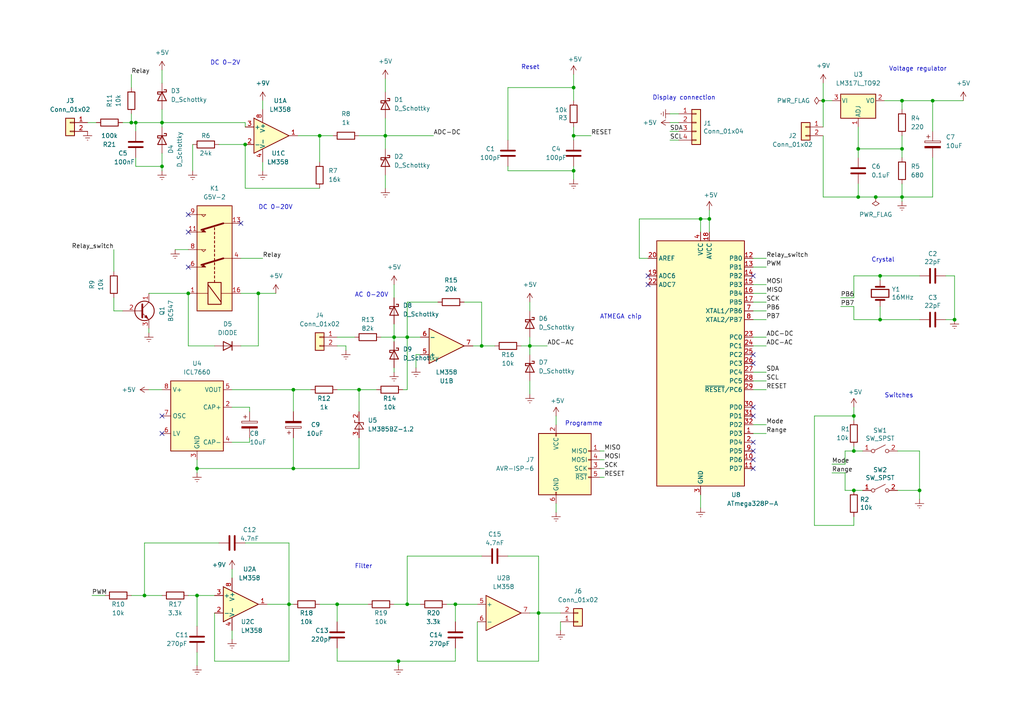
<source format=kicad_sch>
(kicad_sch (version 20230121) (generator eeschema)
  (paper "A4")
  (title_block (title "Multimeter") (date "2023-07-12") (company "DMU") (comment 1 "Applied electronics ") (comment 2 "ENGD2001") (comment 4 "P2655183") (comment 5 "Danna Victoria Iza Paez"))
  (lib_symbols
    (symbol "Amplifier_Operational:LM358" (pin_names (offset 0.127))
      (property "Reference" "U" (at 0 5.08 0))
      (property "Value" "LM358" (at 0 -5.08 0))
      (symbol "LM358_1_1"
        (pin output line (at 7.62 0 180) (length 2.54) (name "~") (number "1"))
        (pin input line (at -7.62 -2.54 0) (length 2.54) (name "-") (number "2"))
        (pin input line (at -7.62 2.54 0) (length 2.54) (name "+") (number "3"))
      )
      (symbol "LM358_2_1"
        (pin input line (at -7.62 2.54 0) (length 2.54) (name "+") (number "5"))
        (pin input line (at -7.62 -2.54 0) (length 2.54) (name "-") (number "6"))
        (pin output line (at 7.62 0 180) (length 2.54) (name "~") (number "7"))
      )
      (symbol "LM358_3_1"
        (pin power_in line (at -2.54 -7.62 90) (length 3.81) (name "V-") (number "4"))
        (pin power_in line (at -2.54 7.62 270) (length 3.81) (name "V+") (number "8"))
      )
    )
    (symbol "Connector:AVR-ISP-6" (pin_names (offset 1.016))
      (property "Reference" "J" (at -6.35 11.43 0))
      (property "Value" "AVR-ISP-6" (at 0 11.43 0))
      (symbol "AVR-ISP-6_1_1"
        (pin passive line (at 10.16 5.08 180) (length 2.54) (name "MISO") (number "1"))
        (pin passive line (at -2.54 12.7 270) (length 2.54) (name "VCC") (number "2"))
        (pin passive line (at 10.16 0 180) (length 2.54) (name "SCK") (number "3"))
        (pin passive line (at 10.16 2.54 180) (length 2.54) (name "MOSI") (number "4"))
        (pin passive line (at 10.16 -2.54 180) (length 2.54) (name "~{RST}") (number "5"))
        (pin passive line (at -2.54 -10.16 90) (length 2.54) (name "GND") (number "6"))
      )
    )
    (symbol "Connector_Generic:Conn_01x02" (pin_names (offset 1.016) hide)
      (property "Reference" "J" (at 0 2.54 0))
      (property "Value" "Conn_01x02" (at 0 -5.08 0))
      (symbol "Conn_01x02_1_1"
        (pin passive line (at -5.08 0 0) (length 3.81) (name "Pin_1") (number "1"))
        (pin passive line (at -5.08 -2.54 0) (length 3.81) (name "Pin_2") (number "2"))
      )
    )
    (symbol "Connector_Generic:Conn_01x04" (pin_names (offset 1.016) hide)
      (property "Reference" "J" (at 0 5.08 0))
      (property "Value" "Conn_01x04" (at 0 -7.62 0))
      (symbol "Conn_01x04_1_1"
        (pin passive line (at -5.08 2.54 0) (length 3.81) (name "Pin_1") (number "1"))
        (pin passive line (at -5.08 0 0) (length 3.81) (name "Pin_2") (number "2"))
        (pin passive line (at -5.08 -2.54 0) (length 3.81) (name "Pin_3") (number "3"))
        (pin passive line (at -5.08 -5.08 0) (length 3.81) (name "Pin_4") (number "4"))
      )
    )
    (symbol "Device:C" (pin_numbers hide) (pin_names (offset 0.254))
      (property "Reference" "C" (at 0.635 2.54 0))
      (property "Value" "C" (at 0.635 -2.54 0))
      (symbol "C_1_1"
        (pin passive line (at 0 3.81 270) (length 2.794) (name "~") (number "1"))
        (pin passive line (at 0 -3.81 90) (length 2.794) (name "~") (number "2"))
      )
    )
    (symbol "Device:C_Polarized" (pin_numbers hide) (pin_names (offset 0.254))
      (property "Reference" "C" (at 0.635 2.54 0))
      (property "Value" "C_Polarized" (at 0.635 -2.54 0))
      (symbol "C_Polarized_1_1"
        (pin passive line (at 0 3.81 270) (length 2.794) (name "~") (number "1"))
        (pin passive line (at 0 -3.81 90) (length 2.794) (name "~") (number "2"))
      )
    )
    (symbol "Device:Crystal" (pin_numbers hide) (pin_names (offset 1.016) hide)
      (property "Reference" "Y" (at 0 3.81 0))
      (property "Value" "Crystal" (at 0 -3.81 0))
      (symbol "Crystal_1_1"
        (pin passive line (at -3.81 0 0) (length 1.27) (name "1") (number "1"))
        (pin passive line (at 3.81 0 180) (length 1.27) (name "2") (number "2"))
      )
    )
    (symbol "Device:D_Schottky" (pin_numbers hide) (pin_names (offset 1.016) hide)
      (property "Reference" "D" (at 0 2.54 0))
      (property "Value" "D_Schottky" (at 0 -2.54 0))
      (symbol "D_Schottky_1_1"
        (pin passive line (at -3.81 0 0) (length 2.54) (name "K") (number "1"))
        (pin passive line (at 3.81 0 180) (length 2.54) (name "A") (number "2"))
      )
    )
    (symbol "Device:R" (pin_numbers hide) (pin_names (offset 0))
      (property "Reference" "R" (at 2.032 0 90))
      (property "Value" "R" (at 0 0 90))
      (symbol "R_1_1"
        (pin passive line (at 0 3.81 270) (length 1.27) (name "~") (number "1"))
        (pin passive line (at 0 -3.81 90) (length 1.27) (name "~") (number "2"))
      )
    )
    (symbol "MCU_Microchip_ATmega:ATmega328P-A"
      (property "Reference" "U" (at -12.7 36.83 0))
      (property "Value" "ATmega328P-A" (at 2.54 -36.83 0))
      (symbol "ATmega328P-A_1_1"
        (pin bidirectional line (at 15.24 -20.32 180) (length 2.54) (name "PD3") (number "1"))
        (pin bidirectional line (at 15.24 -27.94 180) (length 2.54) (name "PD6") (number "10"))
        (pin bidirectional line (at 15.24 -30.48 180) (length 2.54) (name "PD7") (number "11"))
        (pin bidirectional line (at 15.24 30.48 180) (length 2.54) (name "PB0") (number "12"))
        (pin bidirectional line (at 15.24 27.94 180) (length 2.54) (name "PB1") (number "13"))
        (pin bidirectional line (at 15.24 25.4 180) (length 2.54) (name "PB2") (number "14"))
        (pin bidirectional line (at 15.24 22.86 180) (length 2.54) (name "PB3") (number "15"))
        (pin bidirectional line (at 15.24 20.32 180) (length 2.54) (name "PB4") (number "16"))
        (pin bidirectional line (at 15.24 17.78 180) (length 2.54) (name "PB5") (number "17"))
        (pin power_in line (at 2.54 38.1 270) (length 2.54) (name "AVCC") (number "18"))
        (pin input line (at -15.24 25.4 0) (length 2.54) (name "ADC6") (number "19"))
        (pin bidirectional line (at 15.24 -22.86 180) (length 2.54) (name "PD4") (number "2"))
        (pin passive line (at -15.24 30.48 0) (length 2.54) (name "AREF") (number "20"))
        (pin passive line (at 0 -38.1 90) (length 2.54) hide (name "GND") (number "21"))
        (pin input line (at -15.24 22.86 0) (length 2.54) (name "ADC7") (number "22"))
        (pin bidirectional line (at 15.24 7.62 180) (length 2.54) (name "PC0") (number "23"))
        (pin bidirectional line (at 15.24 5.08 180) (length 2.54) (name "PC1") (number "24"))
        (pin bidirectional line (at 15.24 2.54 180) (length 2.54) (name "PC2") (number "25"))
        (pin bidirectional line (at 15.24 0 180) (length 2.54) (name "PC3") (number "26"))
        (pin bidirectional line (at 15.24 -2.54 180) (length 2.54) (name "PC4") (number "27"))
        (pin bidirectional line (at 15.24 -5.08 180) (length 2.54) (name "PC5") (number "28"))
        (pin bidirectional line (at 15.24 -7.62 180) (length 2.54) (name "~{RESET}/PC6") (number "29"))
        (pin power_in line (at 0 -38.1 90) (length 2.54) (name "GND") (number "3"))
        (pin bidirectional line (at 15.24 -12.7 180) (length 2.54) (name "PD0") (number "30"))
        (pin bidirectional line (at 15.24 -15.24 180) (length 2.54) (name "PD1") (number "31"))
        (pin bidirectional line (at 15.24 -17.78 180) (length 2.54) (name "PD2") (number "32"))
        (pin power_in line (at 0 38.1 270) (length 2.54) (name "VCC") (number "4"))
        (pin passive line (at 0 -38.1 90) (length 2.54) hide (name "GND") (number "5"))
        (pin passive line (at 0 38.1 270) (length 2.54) hide (name "VCC") (number "6"))
        (pin bidirectional line (at 15.24 15.24 180) (length 2.54) (name "XTAL1/PB6") (number "7"))
        (pin bidirectional line (at 15.24 12.7 180) (length 2.54) (name "XTAL2/PB7") (number "8"))
        (pin bidirectional line (at 15.24 -25.4 180) (length 2.54) (name "PD5") (number "9"))
      )
    )
    (symbol "Reference_Voltage:LM385BZ-1.2" (pin_names (offset 0.0254) hide)
      (property "Reference" "U" (at 0 2.54 0))
      (property "Value" "LM385BZ-1.2" (at 0 -3.175 0))
      (symbol "LM385BZ-1.2_1_1"
        (pin passive line (at 3.81 0 180) (length 2.54) (name "K") (number "2"))
        (pin passive line (at -3.81 0 0) (length 2.54) (name "A") (number "3"))
      )
    )
    (symbol "Regulator_Linear:LM317L_TO92" (pin_names (offset 0.254))
      (property "Reference" "U" (at -3.81 3.175 0))
      (property "Value" "LM317L_TO92" (at 0 3.175 0))
      (symbol "LM317L_TO92_1_1"
        (pin input line (at 0 -7.62 90) (length 2.54) (name "ADJ") (number "1"))
        (pin power_out line (at 7.62 0 180) (length 2.54) (name "VO") (number "2"))
        (pin power_in line (at -7.62 0 0) (length 2.54) (name "VI") (number "3"))
      )
    )
    (symbol "Regulator_SwitchedCapacitor:ICL7660"
      (property "Reference" "U" (at -6.35 11.43 0))
      (property "Value" "ICL7660" (at 3.81 11.43 0))
      (symbol "ICL7660_1_1"
        (pin no_connect line (at -7.62 5.08 0) (length 2.54) hide (name "NC") (number "1"))
        (pin input line (at 10.16 2.54 180) (length 2.54) (name "CAP+") (number "2"))
        (pin power_in line (at 0 -12.7 90) (length 2.54) (name "GND") (number "3"))
        (pin input line (at 10.16 -7.62 180) (length 2.54) (name "CAP-") (number "4"))
        (pin power_out line (at 10.16 7.62 180) (length 2.54) (name "VOUT") (number "5"))
        (pin input line (at -10.16 -5.08 0) (length 2.54) (name "LV") (number "6"))
        (pin input line (at -10.16 0 0) (length 2.54) (name "OSC") (number "7"))
        (pin power_in line (at -10.16 7.62 0) (length 2.54) (name "V+") (number "8"))
      )
    )
    (symbol "Relay:G5V-2"
      (property "Reference" "K" (at 16.51 3.81 0))
      (property "Value" "G5V-2" (at 16.51 1.27 0))
      (symbol "G5V-2_1_1"
        (pin passive line (at -10.16 7.62 270) (length 2.54) (name "~") (number "1"))
        (pin passive line (at 7.62 7.62 270) (length 2.54) (name "~") (number "11"))
        (pin passive line (at 10.16 -7.62 90) (length 2.54) (name "~") (number "13"))
        (pin passive line (at -10.16 -7.62 90) (length 2.54) (name "~") (number "16"))
        (pin passive line (at 0 -7.62 90) (length 2.54) (name "~") (number "4"))
        (pin passive line (at -2.54 7.62 270) (length 2.54) (name "~") (number "6"))
        (pin passive line (at 2.54 7.62 270) (length 2.54) (name "~") (number "8"))
        (pin passive line (at 12.7 7.62 270) (length 2.54) (name "~") (number "9"))
      )
    )
    (symbol "Simulation_SPICE:DIODE" (pin_numbers hide) (pin_names (offset 1.016) hide)
      (property "Reference" "D" (at 0 2.54 0))
      (property "Value" "DIODE" (at 0 -2.54 0))
      (symbol "DIODE_1_1"
        (pin passive line (at -3.81 0 0) (length 2.54) (name "A") (number "1"))
        (pin passive line (at 3.81 0 180) (length 2.54) (name "K") (number "2"))
      )
    )
    (symbol "Switch:SW_SPST" (pin_names (offset 0) hide)
      (property "Reference" "SW" (at 0 3.175 0))
      (property "Value" "SW_SPST" (at 0 -2.54 0))
      (symbol "SW_SPST_1_1"
        (pin passive line (at -5.08 0 0) (length 2.54) (name "A") (number "1"))
        (pin passive line (at 5.08 0 180) (length 2.54) (name "B") (number "2"))
      )
    )
    (symbol "Transistor_BJT:BC547" (pin_names (offset 0) hide)
      (property "Reference" "Q" (at 5.08 1.905 0))
      (property "Value" "BC547" (at 5.08 0 0))
      (symbol "BC547_1_1"
        (pin passive line (at 2.54 5.08 270) (length 2.54) (name "C") (number "1"))
        (pin input line (at -5.08 0 0) (length 5.08) (name "B") (number "2"))
        (pin passive line (at 2.54 -5.08 90) (length 2.54) (name "E") (number "3"))
      )
    )
    (symbol "power:+5V" (power) (pin_names (offset 0))
      (property "Value" "+5V" (at 0 3.556 0))
      (symbol "+5V_1_1"
        (pin power_in line (at 0 0 90) (length 0) hide (name "+5V") (number "1"))
      )
    )
    (symbol "power:+9V" (power) (pin_names (offset 0))
      (property "Value" "+9V" (at 0 3.556 0))
      (symbol "+9V_1_1"
        (pin power_in line (at 0 0 90) (length 0) hide (name "+9V") (number "1"))
      )
    )
    (symbol "power:Earth" (power) (pin_names (offset 0))
      (symbol "Earth_1_1"
        (pin power_in line (at 0 0 270) (length 0) hide (name "Earth") (number "1"))
      )
    )
    (symbol "power:PWR_FLAG" (power) (pin_numbers hide) (pin_names (offset 0) hide)
      (property "Value" "PWR_FLAG" (at 0 3.81 0))
      (symbol "PWR_FLAG_0_0"
        (pin power_out line (at 0 0 90) (length 0) (name "pwr") (number "1"))
      )
    )
  )
  (junction (at 248.92 43.18))
  (junction (at 248.92 57.15))
  (junction (at 111.76 39.37))
  (junction (at 166.37 49.53))
  (junction (at 205.74 63.5))
  (junction (at 261.62 29.21))
  (junction (at 85.09 135.89))
  (junction (at 153.67 100.33))
  (junction (at 261.62 43.18))
  (junction (at 74.93 85.09))
  (junction (at 254 57.15))
  (junction (at 118.11 97.79))
  (junction (at 156.21 177.8))
  (junction (at 57.15 135.89))
  (junction (at 46.99 35.56))
  (junction (at 255.27 80.01))
  (junction (at 203.2 63.5))
  (junction (at 114.3 97.79))
  (junction (at 255.27 92.71))
  (junction (at 115.57 191.77))
  (junction (at 166.37 25.4))
  (junction (at 46.99 48.26))
  (junction (at 132.08 175.26))
  (junction (at 276.86 92.71))
  (junction (at 57.15 172.72))
  (junction (at 38.1 35.56))
  (junction (at 83.82 175.26))
  (junction (at 266.7 142.24))
  (junction (at 41.91 172.72))
  (junction (at 92.71 39.37))
  (junction (at 104.14 113.03))
  (junction (at 85.09 113.03))
  (junction (at 247.65 120.65))
  (junction (at 39.37 35.56))
  (junction (at 54.61 85.09))
  (junction (at 166.37 39.37))
  (junction (at 139.7 100.33))
  (junction (at 97.79 175.26))
  (junction (at 261.62 57.15))
  (junction (at 238.76 29.21))
  (junction (at 270.51 29.21))
  (junction (at 71.12 41.91))
  (junction (at 247.65 142.24))
  (junction (at 247.65 130.81))
  (junction (at 118.11 175.26))
  (no_connect (at 69.85 64.77))
  (no_connect (at 54.61 67.31))
  (no_connect (at 218.44 118.11))
  (no_connect (at 46.99 125.73))
  (no_connect (at 46.99 120.65))
  (no_connect (at 218.44 135.89))
  (no_connect (at 218.44 120.65))
  (no_connect (at 218.44 128.27))
  (no_connect (at 187.96 80.01))
  (no_connect (at 218.44 80.01))
  (no_connect (at 218.44 105.41))
  (no_connect (at 187.96 82.55))
  (no_connect (at 218.44 133.35))
  (no_connect (at 218.44 102.87))
  (no_connect (at 54.61 62.23))
  (no_connect (at 54.61 77.47))
  (no_connect (at 218.44 130.81))
  (wire (pts (xy 111.76 50.8) (xy 111.76 54.61)))
  (wire (pts (xy 111.76 34.29) (xy 111.76 39.37)))
  (wire (pts (xy 97.79 100.33) (xy 100.33 100.33)))
  (wire (pts (xy 38.1 172.72) (xy 41.91 172.72)))
  (wire (pts (xy 85.09 113.03) (xy 90.17 113.03)))
  (wire (pts (xy 187.96 74.93) (xy 185.42 74.93)))
  (wire (pts (xy 247.65 129.54) (xy 247.65 130.81)))
  (wire (pts (xy 57.15 172.72) (xy 57.15 181.61)))
  (wire (pts (xy 151.13 100.33) (xy 153.67 100.33)))
  (wire (pts (xy 153.67 97.79) (xy 153.67 100.33)))
  (wire (pts (xy 97.79 175.26) (xy 97.79 180.34)))
  (wire (pts (xy 39.37 48.26) (xy 46.99 48.26)))
  (wire (pts (xy 255.27 92.71) (xy 266.7 92.71)))
  (wire (pts (xy 161.29 120.65) (xy 161.29 123.19)))
  (wire (pts (xy 67.31 182.88) (xy 67.31 185.42)))
  (wire (pts (xy 266.7 142.24) (xy 266.7 144.78)))
  (wire (pts (xy 274.32 92.71) (xy 276.86 92.71)))
  (wire (pts (xy 236.22 152.4) (xy 236.22 120.65)))
  (wire (pts (xy 247.65 80.01) (xy 255.27 80.01)))
  (wire (pts (xy 270.51 29.21) (xy 270.51 38.1)))
  (wire (pts (xy 118.11 87.63) (xy 127 87.63)))
  (wire (pts (xy 245.11 130.81) (xy 245.11 134.62)))
  (wire (pts (xy 69.85 85.09) (xy 74.93 85.09)))
  (wire (pts (xy 218.44 87.63) (xy 222.25 87.63)))
  (wire (pts (xy 205.74 63.5) (xy 205.74 67.31)))
  (wire (pts (xy 85.09 113.03) (xy 85.09 119.38)))
  (wire (pts (xy 83.82 157.48) (xy 83.82 175.26)))
  (wire (pts (xy 26.67 172.72) (xy 30.48 172.72)))
  (wire (pts (xy 147.32 25.4) (xy 166.37 25.4)))
  (wire (pts (xy 166.37 39.37) (xy 171.45 39.37)))
  (wire (pts (xy 129.54 175.26) (xy 132.08 175.26)))
  (wire (pts (xy 196.85 33.02) (xy 194.31 33.02)))
  (wire (pts (xy 270.51 45.72) (xy 270.51 57.15)))
  (wire (pts (xy 256.54 29.21) (xy 261.62 29.21)))
  (wire (pts (xy 248.92 43.18) (xy 261.62 43.18)))
  (wire (pts (xy 35.56 35.56) (xy 38.1 35.56)))
  (wire (pts (xy 100.33 100.33) (xy 100.33 101.6)))
  (wire (pts (xy 218.44 110.49) (xy 222.25 110.49)))
  (wire (pts (xy 46.99 44.45) (xy 46.99 48.26)))
  (wire (pts (xy 38.1 21.59) (xy 38.1 25.4)))
  (wire (pts (xy 86.36 39.37) (xy 92.71 39.37)))
  (wire (pts (xy 261.62 43.18) (xy 261.62 45.72)))
  (wire (pts (xy 270.51 29.21) (xy 279.4 29.21)))
  (wire (pts (xy 238.76 29.21) (xy 241.3 29.21)))
  (wire (pts (xy 116.84 113.03) (xy 118.11 113.03)))
  (wire (pts (xy 118.11 161.29) (xy 139.7 161.29)))
  (wire (pts (xy 54.61 85.09) (xy 54.61 100.33)))
  (wire (pts (xy 46.99 48.26) (xy 46.99 49.53)))
  (wire (pts (xy 185.42 74.93) (xy 185.42 63.5)))
  (wire (pts (xy 173.99 130.81) (xy 175.26 130.81)))
  (wire (pts (xy 114.3 97.79) (xy 118.11 97.79)))
  (wire (pts (xy 238.76 39.37) (xy 238.76 57.15)))
  (wire (pts (xy 76.2 46.99) (xy 76.2 49.53)))
  (wire (pts (xy 156.21 161.29) (xy 156.21 177.8)))
  (wire (pts (xy 166.37 36.83) (xy 166.37 39.37)))
  (wire (pts (xy 71.12 41.91) (xy 71.12 54.61)))
  (wire (pts (xy 245.11 137.16) (xy 241.3 137.16)))
  (wire (pts (xy 118.11 97.79) (xy 118.11 87.63)))
  (wire (pts (xy 156.21 177.8) (xy 156.21 191.77)))
  (wire (pts (xy 255.27 80.01) (xy 255.27 81.28)))
  (wire (pts (xy 248.92 53.34) (xy 248.92 57.15)))
  (wire (pts (xy 173.99 133.35) (xy 175.26 133.35)))
  (wire (pts (xy 38.1 33.02) (xy 38.1 35.56)))
  (wire (pts (xy 166.37 48.26) (xy 166.37 49.53)))
  (wire (pts (xy 147.32 161.29) (xy 156.21 161.29)))
  (wire (pts (xy 166.37 25.4) (xy 166.37 29.21)))
  (wire (pts (xy 118.11 97.79) (xy 118.11 113.03)))
  (wire (pts (xy 218.44 90.17) (xy 222.25 90.17)))
  (wire (pts (xy 92.71 39.37) (xy 96.52 39.37)))
  (wire (pts (xy 218.44 113.03) (xy 222.25 113.03)))
  (wire (pts (xy 241.3 134.62) (xy 245.11 134.62)))
  (wire (pts (xy 77.47 175.26) (xy 83.82 175.26)))
  (wire (pts (xy 166.37 49.53) (xy 147.32 49.53)))
  (wire (pts (xy 203.2 63.5) (xy 203.2 67.31)))
  (wire (pts (xy 205.74 60.96) (xy 205.74 63.5)))
  (wire (pts (xy 72.39 128.27) (xy 72.39 127)))
  (wire (pts (xy 69.85 100.33) (xy 74.93 100.33)))
  (wire (pts (xy 243.84 86.36) (xy 247.65 86.36)))
  (wire (pts (xy 41.91 157.48) (xy 63.5 157.48)))
  (wire (pts (xy 261.62 39.37) (xy 261.62 43.18)))
  (wire (pts (xy 83.82 175.26) (xy 85.09 175.26)))
  (wire (pts (xy 92.71 175.26) (xy 97.79 175.26)))
  (wire (pts (xy 71.12 157.48) (xy 83.82 157.48)))
  (wire (pts (xy 97.79 97.79) (xy 102.87 97.79)))
  (wire (pts (xy 243.84 88.9) (xy 247.65 88.9)))
  (wire (pts (xy 115.57 191.77) (xy 132.08 191.77)))
  (wire (pts (xy 46.99 35.56) (xy 71.12 35.56)))
  (wire (pts (xy 76.2 29.21) (xy 76.2 31.75)))
  (wire (pts (xy 111.76 39.37) (xy 111.76 43.18)))
  (wire (pts (xy 137.16 100.33) (xy 139.7 100.33)))
  (wire (pts (xy 57.15 133.35) (xy 57.15 135.89)))
  (wire (pts (xy 120.65 102.87) (xy 120.65 106.68)))
  (wire (pts (xy 72.39 118.11) (xy 72.39 119.38)))
  (wire (pts (xy 194.31 35.56) (xy 196.85 35.56)))
  (wire (pts (xy 43.18 113.03) (xy 46.99 113.03)))
  (wire (pts (xy 218.44 82.55) (xy 222.25 82.55)))
  (wire (pts (xy 247.65 92.71) (xy 255.27 92.71)))
  (wire (pts (xy 260.35 130.81) (xy 266.7 130.81)))
  (wire (pts (xy 261.62 57.15) (xy 261.62 58.42)))
  (wire (pts (xy 114.3 82.55) (xy 114.3 86.36)))
  (wire (pts (xy 238.76 57.15) (xy 248.92 57.15)))
  (wire (pts (xy 67.31 113.03) (xy 85.09 113.03)))
  (wire (pts (xy 247.65 149.86) (xy 247.65 152.4)))
  (wire (pts (xy 247.65 118.11) (xy 247.65 120.65)))
  (wire (pts (xy 139.7 87.63) (xy 139.7 100.33)))
  (wire (pts (xy 114.3 93.98) (xy 114.3 97.79)))
  (wire (pts (xy 33.02 72.39) (xy 33.02 78.74)))
  (wire (pts (xy 25.4 35.56) (xy 27.94 35.56)))
  (wire (pts (xy 97.79 187.96) (xy 97.79 191.77)))
  (wire (pts (xy 247.65 142.24) (xy 250.19 142.24)))
  (wire (pts (xy 104.14 39.37) (xy 111.76 39.37)))
  (wire (pts (xy 218.44 77.47) (xy 222.25 77.47)))
  (wire (pts (xy 110.49 97.79) (xy 114.3 97.79)))
  (wire (pts (xy 85.09 135.89) (xy 104.14 135.89)))
  (wire (pts (xy 33.02 86.36) (xy 33.02 90.17)))
  (wire (pts (xy 218.44 100.33) (xy 222.25 100.33)))
  (wire (pts (xy 138.43 191.77) (xy 156.21 191.77)))
  (wire (pts (xy 55.88 41.91) (xy 55.88 49.53)))
  (wire (pts (xy 132.08 191.77) (xy 132.08 187.96)))
  (wire (pts (xy 121.92 102.87) (xy 120.65 102.87)))
  (wire (pts (xy 54.61 100.33) (xy 62.23 100.33)))
  (wire (pts (xy 250.19 130.81) (xy 247.65 130.81)))
  (wire (pts (xy 203.2 143.51) (xy 203.2 147.32)))
  (wire (pts (xy 97.79 191.77) (xy 115.57 191.77)))
  (wire (pts (xy 173.99 138.43) (xy 175.26 138.43)))
  (wire (pts (xy 114.3 175.26) (xy 118.11 175.26)))
  (wire (pts (xy 138.43 180.34) (xy 138.43 191.77)))
  (wire (pts (xy 147.32 49.53) (xy 147.32 48.26)))
  (wire (pts (xy 67.31 128.27) (xy 72.39 128.27)))
  (wire (pts (xy 43.18 85.09) (xy 54.61 85.09)))
  (wire (pts (xy 67.31 118.11) (xy 72.39 118.11)))
  (wire (pts (xy 236.22 120.65) (xy 247.65 120.65)))
  (wire (pts (xy 261.62 29.21) (xy 261.62 31.75)))
  (wire (pts (xy 218.44 123.19) (xy 222.25 123.19)))
  (wire (pts (xy 92.71 39.37) (xy 92.71 46.99)))
  (wire (pts (xy 266.7 80.01) (xy 255.27 80.01)))
  (wire (pts (xy 41.91 157.48) (xy 41.91 172.72)))
  (wire (pts (xy 261.62 53.34) (xy 261.62 57.15)))
  (wire (pts (xy 39.37 45.72) (xy 39.37 48.26)))
  (wire (pts (xy 153.67 110.49) (xy 153.67 114.3)))
  (wire (pts (xy 39.37 35.56) (xy 46.99 35.56)))
  (wire (pts (xy 254 57.15) (xy 261.62 57.15)))
  (wire (pts (xy 245.11 142.24) (xy 247.65 142.24)))
  (wire (pts (xy 266.7 130.81) (xy 266.7 142.24)))
  (wire (pts (xy 248.92 43.18) (xy 248.92 45.72)))
  (wire (pts (xy 71.12 54.61) (xy 92.71 54.61)))
  (wire (pts (xy 218.44 92.71) (xy 222.25 92.71)))
  (wire (pts (xy 153.67 100.33) (xy 153.67 102.87)))
  (wire (pts (xy 153.67 177.8) (xy 156.21 177.8)))
  (wire (pts (xy 196.85 38.1) (xy 194.31 38.1)))
  (wire (pts (xy 166.37 21.59) (xy 166.37 25.4)))
  (wire (pts (xy 111.76 39.37) (xy 125.73 39.37)))
  (wire (pts (xy 111.76 22.86) (xy 111.76 26.67)))
  (wire (pts (xy 185.42 63.5) (xy 203.2 63.5)))
  (wire (pts (xy 247.65 130.81) (xy 245.11 130.81)))
  (wire (pts (xy 247.65 88.9) (xy 247.65 92.71)))
  (wire (pts (xy 104.14 113.03) (xy 109.22 113.03)))
  (wire (pts (xy 153.67 87.63) (xy 153.67 90.17)))
  (wire (pts (xy 46.99 36.83) (xy 46.99 35.56)))
  (wire (pts (xy 62.23 177.8) (xy 62.23 191.77)))
  (wire (pts (xy 50.8 72.39) (xy 54.61 72.39)))
  (wire (pts (xy 74.93 100.33) (xy 74.93 85.09)))
  (wire (pts (xy 248.92 36.83) (xy 248.92 43.18)))
  (wire (pts (xy 39.37 35.56) (xy 39.37 38.1)))
  (wire (pts (xy 270.51 57.15) (xy 261.62 57.15)))
  (wire (pts (xy 71.12 35.56) (xy 71.12 36.83)))
  (wire (pts (xy 104.14 113.03) (xy 104.14 119.38)))
  (wire (pts (xy 147.32 40.64) (xy 147.32 25.4)))
  (wire (pts (xy 255.27 88.9) (xy 255.27 92.71)))
  (wire (pts (xy 41.91 172.72) (xy 46.99 172.72)))
  (wire (pts (xy 33.02 90.17) (xy 35.56 90.17)))
  (wire (pts (xy 161.29 146.05) (xy 161.29 148.59)))
  (wire (pts (xy 139.7 100.33) (xy 143.51 100.33)))
  (wire (pts (xy 83.82 191.77) (xy 83.82 175.26)))
  (wire (pts (xy 245.11 137.16) (xy 245.11 142.24)))
  (wire (pts (xy 104.14 135.89) (xy 104.14 127)))
  (wire (pts (xy 118.11 175.26) (xy 121.92 175.26)))
  (wire (pts (xy 166.37 49.53) (xy 166.37 52.07)))
  (wire (pts (xy 218.44 74.93) (xy 222.25 74.93)))
  (wire (pts (xy 238.76 24.13) (xy 238.76 29.21)))
  (wire (pts (xy 134.62 87.63) (xy 139.7 87.63)))
  (wire (pts (xy 194.31 40.64) (xy 196.85 40.64)))
  (wire (pts (xy 85.09 135.89) (xy 85.09 127)))
  (wire (pts (xy 173.99 135.89) (xy 175.26 135.89)))
  (wire (pts (xy 132.08 175.26) (xy 132.08 180.34)))
  (wire (pts (xy 218.44 97.79) (xy 222.25 97.79)))
  (wire (pts (xy 218.44 85.09) (xy 222.25 85.09)))
  (wire (pts (xy 247.65 152.4) (xy 236.22 152.4)))
  (wire (pts (xy 114.3 106.68) (xy 114.3 107.95)))
  (wire (pts (xy 97.79 175.26) (xy 106.68 175.26)))
  (wire (pts (xy 69.85 74.93) (xy 76.2 74.93)))
  (wire (pts (xy 260.35 142.24) (xy 266.7 142.24)))
  (wire (pts (xy 261.62 29.21) (xy 270.51 29.21)))
  (wire (pts (xy 115.57 191.77) (xy 115.57 193.04)))
  (wire (pts (xy 156.21 177.8) (xy 162.56 177.8)))
  (wire (pts (xy 57.15 135.89) (xy 85.09 135.89)))
  (wire (pts (xy 57.15 135.89) (xy 57.15 137.16)))
  (wire (pts (xy 247.65 86.36) (xy 247.65 80.01)))
  (wire (pts (xy 43.18 95.25) (xy 43.18 96.52)))
  (wire (pts (xy 97.79 113.03) (xy 104.14 113.03)))
  (wire (pts (xy 38.1 35.56) (xy 39.37 35.56)))
  (wire (pts (xy 162.56 180.34) (xy 162.56 182.88)))
  (wire (pts (xy 153.67 100.33) (xy 158.75 100.33)))
  (wire (pts (xy 203.2 63.5) (xy 205.74 63.5)))
  (wire (pts (xy 57.15 172.72) (xy 62.23 172.72)))
  (wire (pts (xy 114.3 97.79) (xy 114.3 99.06)))
  (wire (pts (xy 166.37 39.37) (xy 166.37 40.64)))
  (wire (pts (xy 46.99 31.75) (xy 46.99 35.56)))
  (wire (pts (xy 118.11 175.26) (xy 118.11 161.29)))
  (wire (pts (xy 57.15 189.23) (xy 57.15 193.04)))
  (wire (pts (xy 276.86 92.71) (xy 276.86 80.01)))
  (wire (pts (xy 67.31 165.1) (xy 67.31 167.64)))
  (wire (pts (xy 218.44 107.95) (xy 222.25 107.95)))
  (wire (pts (xy 276.86 80.01) (xy 274.32 80.01)))
  (wire (pts (xy 248.92 57.15) (xy 254 57.15)))
  (wire (pts (xy 238.76 29.21) (xy 238.76 36.83)))
  (wire (pts (xy 62.23 191.77) (xy 83.82 191.77)))
  (wire (pts (xy 118.11 97.79) (xy 121.92 97.79)))
  (wire (pts (xy 46.99 20.32) (xy 46.99 24.13)))
  (wire (pts (xy 132.08 175.26) (xy 138.43 175.26)))
  (wire (pts (xy 247.65 120.65) (xy 247.65 121.92)))
  (wire (pts (xy 74.93 85.09) (xy 80.01 85.09)))
  (wire (pts (xy 218.44 125.73) (xy 222.25 125.73)))
  (wire (pts (xy 54.61 172.72) (xy 57.15 172.72)))
  (wire (pts (xy 63.5 41.91) (xy 71.12 41.91)))
  (text "DC 0-20V" (at 74.93 60.96 0) (effects (font (size 1.27 1.27)) (justify left bottom)))
  (text "Switches\n" (at 256.54 115.57 0) (effects (font (size 1.27 1.27)) (justify left bottom)))
  (text "Filter\n" (at 102.87 165.1 0) (effects (font (size 1.27 1.27)) (justify left bottom)))
  (text "Reset\n" (at 151.13 20.32 0) (effects (font (size 1.27 1.27)) (justify left bottom)))
  (text "Crystal\n" (at 252.73 76.2 0) (effects (font (size 1.27 1.27)) (justify left bottom)))
  (text "Display connection\n" (at 189.23 29.21 0) (effects (font (size 1.27 1.27)) (justify left bottom)))
  (text "AC 0-20V" (at 102.87 86.36 0) (effects (font (size 1.27 1.27)) (justify left bottom)))
  (text "DC 0-2V\n" (at 60.96 19.05 0) (effects (font (size 1.27 1.27)) (justify left bottom)))
  (text "Voltage regulator\n\n" (at 257.81 22.86 0) (effects (font (size 1.27 1.27)) (justify left bottom)))
  (text "ATMEGA chip\n" (at 173.99 92.71 0) (effects (font (size 1.27 1.27)) (justify left bottom)))
  (text "Programme\n\n" (at 163.83 125.73 0) (effects (font (size 1.27 1.27)) (justify left bottom)))
  (label "RESET" (at 175.26 138.43 0))
  (label "Relay" (at 38.1 21.59 0))
  (label "PWM" (at 26.67 172.72 0))
  (label "ADC-AC" (at 158.75 100.33 0))
  (label "ADC-DC" (at 222.25 97.79 0))
  (label "SDA" (at 222.25 107.95 0))
  (label "MOSI" (at 175.26 133.35 0))
  (label "PB6" (at 222.25 90.17 0))
  (label "MISO" (at 222.25 85.09 0))
  (label "MISO" (at 175.26 130.81 0))
  (label "MOSI" (at 222.25 82.55 0))
  (label "Range" (at 222.25 125.73 0))
  (label "SCK" (at 222.25 87.63 0))
  (label "PB7" (at 222.25 92.71 0))
  (label "SCL" (at 194.31 40.64 0))
  (label "Relay" (at 76.2 74.93 0))
  (label "ADC-DC" (at 125.73 39.37 0))
  (label "Relay_switch" (at 33.02 72.39 180))
  (label "Relay_switch" (at 222.25 74.93 0))
  (label "SDA" (at 194.31 38.1 0))
  (label "PWM" (at 222.25 77.47 0))
  (label "Mode" (at 222.25 123.19 0))
  (label "ADC-AC" (at 222.25 100.33 0))
  (label "Mode" (at 241.3 134.62 0))
  (label "SCL" (at 222.25 110.49 0))
  (label "SCK" (at 175.26 135.89 0))
  (label "RESET" (at 171.45 39.37 0))
  (label "Range" (at 241.3 137.16 0))
  (label "PB7" (at 243.84 88.9 0))
  (label "RESET" (at 222.25 113.03 0))
  (label "PB6" (at 243.84 86.36 0))
  (symbol (lib_id "Device:C") (at 270.51 92.71 90) (unit 1)
    (property "Reference" "C3" (at 270.51 86.3092 90))
    (property "Value" "22pF" (at 270.51 88.6206 90))
    (property "Footprint" "Capacitor_SMD:C_0805_2012Metric_Pad1.18x1.45mm_HandSolder" (effects hide))
  )
  (symbol (lib_id "Device:C") (at 270.51 80.01 90) (unit 1)
    (property "Reference" "C2" (at 270.51 73.6092 90))
    (property "Value" "22pF" (at 270.51 75.9206 90))
    (property "Footprint" "Capacitor_SMD:C_0805_2012Metric_Pad1.18x1.45mm_HandSolder" (effects hide))
  )
  (symbol (lib_id "Device:Crystal") (at 255.27 85.09 270) (unit 1)
    (property "Reference" "Y1" (at 258.5974 83.9216 90) (effects (justify left)))
    (property "Value" "16MHz" (at 258.5974 86.233 90) (effects (justify left)))
    (property "Footprint" "Crystal:Crystal_SMD_HC49-SD" (effects hide))
  )
  (symbol (lib_id "power:Earth") (at 276.86 92.71 0) (unit 1)
    (property "Reference" "#PWR05" (effects hide))
    (property "Value" "Earth" (effects hide))
  )
  (symbol (lib_id "Switch:SW_SPST") (at 255.27 130.81 0) (unit 1)
    (property "Reference" "SW1" (at 255.27 124.841 0))
    (property "Value" "SW_SPST" (at 255.27 127.1524 0))
    (property "Footprint" "Button_Switch_THT:SW_PUSH_6mm_H5mm" (effects hide))
  )
  (symbol (lib_id "Device:R") (at 247.65 125.73 0) (unit 1)
    (property "Reference" "R1" (at 243.84 124.46 0) (effects (justify left)))
    (property "Value" "10k" (at 242.57 127 0) (effects (justify left)))
    (property "Footprint" "Resistor_THT:R_Axial_DIN0207_L6.3mm_D2.5mm_P10.16mm_Horizontal" (effects hide))
  )
  (symbol (lib_id "Device:R") (at 247.65 146.05 0) (unit 1)
    (property "Reference" "R2" (at 249.428 144.8816 0) (effects (justify left)))
    (property "Value" "10k" (at 249.428 147.193 0) (effects (justify left)))
    (property "Footprint" "Resistor_THT:R_Axial_DIN0207_L6.3mm_D2.5mm_P10.16mm_Horizontal" (effects hide))
  )
  (symbol (lib_id "Switch:SW_SPST") (at 255.27 142.24 0) (unit 1)
    (property "Reference" "SW2" (at 255.27 136.271 0))
    (property "Value" "SW_SPST" (at 255.27 138.5824 0))
    (property "Footprint" "Button_Switch_THT:SW_PUSH_6mm_H5mm" (effects hide))
  )
  (symbol (lib_id "power:+5V") (at 247.65 118.11 0) (unit 1)
    (property "Reference" "#PWR03" (effects hide))
    (property "Value" "+5V" (at 248.031 113.7158 0))
  )
  (symbol (lib_id "power:Earth") (at 266.7 144.78 0) (unit 1)
    (property "Reference" "#PWR06" (effects hide))
    (property "Value" "Earth" (effects hide))
  )
  (symbol (lib_id "power:+5V") (at 194.31 35.56 90) (unit 1)
    (property "Reference" "#PWR09" (effects hide))
    (property "Value" "+5V" (at 190.5 35.56 90) (effects (justify left)))
  )
  (symbol (lib_id "Device:R") (at 166.37 33.02 180) (unit 1)
    (property "Reference" "R3" (at 164.592 34.1884 0) (effects (justify left)))
    (property "Value" "10k" (at 164.592 31.877 0) (effects (justify left)))
    (property "Footprint" "Resistor_THT:R_Axial_DIN0207_L6.3mm_D2.5mm_P10.16mm_Horizontal" (effects hide))
  )
  (symbol (lib_id "power:+5V") (at 166.37 21.59 0) (unit 1)
    (property "Reference" "#PWR07" (effects hide))
    (property "Value" "+5V" (at 166.751 17.1958 0))
  )
  (symbol (lib_id "power:Earth") (at 166.37 52.07 0) (unit 1)
    (property "Reference" "#PWR08" (effects hide))
    (property "Value" "Earth" (effects hide))
  )
  (symbol (lib_id "Device:C") (at 147.32 44.45 0) (unit 1)
    (property "Reference" "C1" (at 142.24 43.18 0))
    (property "Value" "100pF" (at 142.24 45.72 0))
    (property "Footprint" "Capacitor_THT:C_Disc_D3.0mm_W1.6mm_P2.50mm" (effects hide))
  )
  (symbol (lib_id "Connector_Generic:Conn_01x04") (at 201.93 35.56 0) (unit 1)
    (property "Reference" "J1" (at 203.962 35.7632 0) (effects (justify left)))
    (property "Value" "Conn_01x04" (at 203.962 38.0746 0) (effects (justify left)))
    (property "Footprint" "Connector_PinHeader_2.54mm:PinHeader_1x04_P2.54mm_Horizontal" (effects hide))
  )
  (symbol (lib_id "Device:C") (at 166.37 44.45 0) (unit 1)
    (property "Reference" "C4" (at 161.29 43.18 0))
    (property "Value" "100pF" (at 161.29 45.72 0))
    (property "Footprint" "Capacitor_THT:C_Disc_D3.0mm_W1.6mm_P2.50mm" (effects hide))
  )
  (symbol (lib_id "power:Earth") (at 194.31 33.02 270) (unit 1)
    (property "Reference" "#PWR031" (effects hide))
    (property "Value" "Earth" (effects hide))
  )
  (symbol (lib_id "power:Earth") (at 25.4 38.1 0) (unit 1)
    (property "Reference" "#PWR011" (effects hide))
    (property "Value" "Earth" (effects hide))
  )
  (symbol (lib_id "Device:C") (at 67.31 157.48 90) (unit 1)
    (property "Reference" "C12" (at 72.39 153.67 90))
    (property "Value" "4.7nF" (at 72.39 156.21 90))
    (property "Footprint" "Capacitor_THT:C_Disc_D3.0mm_W1.6mm_P2.50mm" (effects hide))
  )
  (symbol (lib_id "power:Earth") (at 76.2 49.53 0) (unit 1)
    (property "Reference" "#PWR019" (effects hide))
    (property "Value" "Earth" (effects hide))
  )
  (symbol (lib_id "Connector_Generic:Conn_01x02") (at 233.68 36.83 0) (mirror y) (unit 1)
    (property "Reference" "J2" (at 229.87 39.37 0))
    (property "Value" "Conn_01x02" (at 229.87 41.91 0))
    (property "Footprint" "Connector_PinHeader_2.54mm:PinHeader_1x02_P2.54mm_Vertical" (effects hide))
  )
  (symbol (lib_id "Device:R") (at 50.8 172.72 90) (unit 1)
    (property "Reference" "R17" (at 50.8 175.26 90))
    (property "Value" "3.3k" (at 50.8 177.8 90))
    (property "Footprint" "Resistor_THT:R_Axial_DIN0207_L6.3mm_D2.5mm_P10.16mm_Horizontal" (effects hide))
  )
  (symbol (lib_id "Connector_Generic:Conn_01x02") (at 167.64 180.34 0) (mirror x) (unit 1)
    (property "Reference" "J6" (at 167.64 171.45 0))
    (property "Value" "Conn_01x02" (at 167.64 173.99 0))
    (property "Footprint" "Connector_PinHeader_2.54mm:PinHeader_1x02_P2.54mm_Vertical" (effects hide))
  )
  (symbol (lib_id "Device:R") (at 113.03 113.03 90) (unit 1)
    (property "Reference" "R14" (at 113.03 115.57 90))
    (property "Value" "10k" (at 113.03 118.11 90))
    (property "Footprint" "Resistor_THT:R_Axial_DIN0207_L6.3mm_D2.5mm_P10.16mm_Horizontal" (effects hide))
  )
  (symbol (lib_id "Device:D_Schottky") (at 114.3 102.87 270) (unit 1)
    (property "Reference" "D9" (at 116.84 101.2824 90) (effects (justify left)))
    (property "Value" "D_Schottky" (at 116.84 103.8224 90) (effects (justify left)))
    (property "Footprint" "Diode_THT:D_DO-35_SOD27_P7.62mm_Horizontal" (effects hide))
  )
  (symbol (lib_id "power:Earth") (at 111.76 54.61 0) (unit 1)
    (property "Reference" "#PWR021" (effects hide))
    (property "Value" "Earth" (effects hide))
  )
  (symbol (lib_id "power:Earth") (at 100.33 101.6 0) (unit 1)
    (property "Reference" "#PWR022" (effects hide))
    (property "Value" "Earth" (effects hide))
  )
  (symbol (lib_id "Device:D_Schottky") (at 111.76 30.48 270) (unit 1)
    (property "Reference" "D1" (at 114.3 28.8924 90) (effects (justify left)))
    (property "Value" "D_Schottky" (at 114.3 31.4324 90) (effects (justify left)))
    (property "Footprint" "Diode_THT:D_DO-35_SOD27_P7.62mm_Horizontal" (effects hide))
  )
  (symbol (lib_id "Device:C") (at 57.15 185.42 0) (unit 1)
    (property "Reference" "C11" (at 50.8 184.15 0) (effects (justify left)))
    (property "Value" "270pF" (at 48.26 186.69 0) (effects (justify left)))
    (property "Footprint" "Capacitor_THT:C_Disc_D3.0mm_W1.6mm_P2.50mm" (effects hide))
  )
  (symbol (lib_id "Device:R") (at 147.32 100.33 90) (unit 1)
    (property "Reference" "R16" (at 147.32 102.87 90))
    (property "Value" "10k" (at 147.32 105.41 90))
    (property "Footprint" "Resistor_THT:R_Axial_DIN0207_L6.3mm_D2.5mm_P10.16mm_Horizontal" (effects hide))
  )
  (symbol (lib_id "power:Earth") (at 162.56 182.88 0) (unit 1)
    (property "Reference" "#PWR030" (effects hide))
    (property "Value" "Earth" (effects hide))
  )
  (symbol (lib_id "Device:R") (at 130.81 87.63 90) (unit 1)
    (property "Reference" "R15" (at 130.81 81.28 90))
    (property "Value" "20k" (at 130.81 83.82 90))
    (property "Footprint" "Resistor_THT:R_Axial_DIN0207_L6.3mm_D2.5mm_P10.16mm_Horizontal" (effects hide))
  )
  (symbol (lib_id "Device:R") (at 38.1 29.21 180) (unit 1)
    (property "Reference" "R11" (at 31.75 29.21 90))
    (property "Value" "10k" (at 34.29 29.21 90))
    (property "Footprint" "Resistor_THT:R_Axial_DIN0207_L6.3mm_D2.5mm_P10.16mm_Horizontal" (effects hide))
  )
  (symbol (lib_id "Device:D_Schottky") (at 114.3 90.17 270) (unit 1)
    (property "Reference" "D8" (at 116.84 88.5824 90) (effects (justify left)))
    (property "Value" "D_Schottky" (at 116.84 91.1224 90) (effects (justify left)))
    (property "Footprint" "Diode_THT:D_DO-35_SOD27_P7.62mm_Horizontal" (effects hide))
  )
  (symbol (lib_id "power:PWR_FLAG") (at 238.76 29.21 90) (unit 1)
    (property "Reference" "#FLG01" (effects hide))
    (property "Value" "PWR_FLAG" (at 234.95 29.21 90) (effects (justify left)))
  )
  (symbol (lib_id "power:Earth") (at 161.29 148.59 0) (unit 1)
    (property "Reference" "#PWR026" (effects hide))
    (property "Value" "Earth" (effects hide))
  )
  (symbol (lib_id "Amplifier_Operational:LM358") (at 69.85 175.26 0) (unit 1)
    (property "Reference" "U2" (at 72.39 165.1 0))
    (property "Value" "LM358" (at 72.39 167.64 0))
    (property "Footprint" "Package_DIP:DIP-8_W7.62mm_LongPads" (effects hide))
    (property "Datasheet" "http://www.ti.com/lit/ds/symlink/lm2904-n.pdf" (effects hide))
  )
  (symbol (lib_id "Regulator_SwitchedCapacitor:ICL7660") (at 57.15 120.65 0) (unit 1)
    (property "Reference" "U4" (at 57.15 105.41 0))
    (property "Value" "ICL7660" (at 57.15 107.95 0))
    (property "Footprint" "Package_DIP:DIP-8_W10.16mm_LongPads" (effects hide))
    (property "Datasheet" "http://datasheets.maximintegrated.com/en/ds/ICL7660-MAX1044.pdf" (effects hide))
  )
  (symbol (lib_id "Device:D_Schottky") (at 153.67 93.98 270) (unit 1)
    (property "Reference" "D6" (at 156.21 92.3924 90) (effects (justify left)))
    (property "Value" "D_Schottky" (at 156.21 94.9324 90) (effects (justify left)))
    (property "Footprint" "Diode_THT:D_DO-35_SOD27_P7.62mm_Horizontal" (effects hide))
  )
  (symbol (lib_id "Device:R") (at 59.69 41.91 90) (unit 1)
    (property "Reference" "R6" (at 59.69 39.37 90))
    (property "Value" "24k" (at 59.69 44.45 90))
    (property "Footprint" "Resistor_THT:R_Axial_DIN0207_L6.3mm_D2.5mm_P10.16mm_Horizontal" (effects hide))
  )
  (symbol (lib_id "power:+9V") (at 238.76 24.13 0) (unit 1)
    (property "Reference" "#PWR018" (effects hide))
    (property "Value" "+9V" (at 238.76 19.05 0))
  )
  (symbol (lib_id "Amplifier_Operational:LM358") (at 69.85 175.26 0) (unit 3)
    (property "Reference" "U2" (at 69.85 180.34 0) (effects (justify left)))
    (property "Value" "LM358" (at 69.85 182.88 0) (effects (justify left)))
    (property "Footprint" "Package_DIP:DIP-8_W7.62mm_LongPads" (effects hide))
    (property "Datasheet" "http://www.ti.com/lit/ds/symlink/lm2904-n.pdf" (effects hide))
  )
  (symbol (lib_id "Transistor_BJT:BC547") (at 40.64 90.17 0) (unit 1)
    (property "Reference" "Q1" (at 46.99 90.17 90))
    (property "Value" "BC547" (at 49.53 90.17 90))
    (property "Footprint" "Package_TO_SOT_THT:TO-92_Inline" (effects hide))
    (property "Datasheet" "https://www.onsemi.com/pub/Collateral/BC550-D.pdf" (effects hide))
  )
  (symbol (lib_id "power:Earth") (at 55.88 49.53 0) (unit 1)
    (property "Reference" "#PWR016" (effects hide))
    (property "Value" "Earth" (effects hide))
  )
  (symbol (lib_id "Device:R") (at 33.02 82.55 180) (unit 1)
    (property "Reference" "R9" (at 26.67 82.55 90))
    (property "Value" "10k" (at 29.21 82.55 90))
    (property "Footprint" "Resistor_THT:R_Axial_DIN0207_L6.3mm_D2.5mm_P10.16mm_Horizontal" (effects hide))
  )
  (symbol (lib_id "Device:C") (at 39.37 41.91 0) (unit 1)
    (property "Reference" "C5" (at 34.29 44.45 0) (effects (justify left)))
    (property "Value" "100nF" (at 33.02 46.99 0) (effects (justify left)))
    (property "Footprint" "Capacitor_THT:C_Disc_D3.0mm_W1.6mm_P2.50mm" (effects hide))
  )
  (symbol (lib_id "Device:R") (at 110.49 175.26 90) (unit 1)
    (property "Reference" "R19" (at 110.49 177.8 90))
    (property "Value" "10k" (at 110.49 180.34 90))
    (property "Footprint" "Resistor_THT:R_Axial_DIN0207_L6.3mm_D2.5mm_P10.16mm_Horizontal" (effects hide))
  )
  (symbol (lib_id "power:+5V") (at 279.4 29.21 0) (unit 1)
    (property "Reference" "#PWR0102" (effects hide))
    (property "Value" "+5V" (at 279.4 24.13 0))
  )
  (symbol (lib_id "power:+5V") (at 111.76 22.86 0) (unit 1)
    (property "Reference" "#PWR020" (effects hide))
    (property "Value" "+5V" (at 111.76 17.78 0))
  )
  (symbol (lib_id "Amplifier_Operational:LM358") (at 78.74 39.37 0) (unit 3)
    (property "Reference" "U1" (at 78.74 44.45 0) (effects (justify left)))
    (property "Value" "LM358" (at 77.47 46.99 0) (effects (justify left)))
    (property "Footprint" "Package_DIP:DIP-8_W7.62mm_LongPads" (effects hide))
    (property "Datasheet" "http://www.ti.com/lit/ds/symlink/lm2904-n.pdf" (effects hide))
  )
  (symbol (lib_id "Device:R") (at 106.68 97.79 90) (unit 1)
    (property "Reference" "R13" (at 106.68 92.71 90))
    (property "Value" "82k" (at 106.68 95.25 90))
    (property "Footprint" "Resistor_THT:R_Axial_DIN0207_L6.3mm_D2.5mm_P10.16mm_Horizontal" (effects hide))
  )
  (symbol (lib_id "power:Earth") (at 57.15 193.04 0) (unit 1)
    (property "Reference" "#PWR010" (effects hide))
    (property "Value" "Earth" (effects hide))
  )
  (symbol (lib_id "Device:D_Schottky") (at 46.99 40.64 270) (unit 1)
    (property "Reference" "D4" (at 49.53 41.91 0) (effects (justify left)))
    (property "Value" "D_Schottky" (at 52.07 38.1 0) (effects (justify left)))
    (property "Footprint" "Diode_THT:D_DO-35_SOD27_P7.62mm_Horizontal" (effects hide))
  )
  (symbol (lib_id "Device:R") (at 92.71 50.8 180) (unit 1)
    (property "Reference" "R7" (at 95.25 49.5299 0) (effects (justify right)))
    (property "Value" "16k" (at 95.25 52.0699 0) (effects (justify right)))
    (property "Footprint" "Resistor_THT:R_Axial_DIN0207_L6.3mm_D2.5mm_P10.16mm_Horizontal" (effects hide))
  )
  (symbol (lib_id "Device:C") (at 248.92 49.53 0) (unit 1)
    (property "Reference" "C6" (at 252.73 48.2599 0) (effects (justify left)))
    (property "Value" "0.1uF" (at 252.73 50.7999 0) (effects (justify left)))
    (property "Footprint" "Capacitor_THT:C_Disc_D3.0mm_W1.6mm_P2.50mm" (effects hide))
  )
  (symbol (lib_id "Amplifier_Operational:LM358") (at 129.54 100.33 0) (mirror x) (unit 2)
    (property "Reference" "U1" (at 129.54 110.49 0))
    (property "Value" "LM358" (at 129.54 107.95 0))
    (property "Footprint" "Package_DIP:DIP-8_W7.62mm_LongPads" (effects hide))
    (property "Datasheet" "http://www.ti.com/lit/ds/symlink/lm2904-n.pdf" (effects hide))
  )
  (symbol (lib_id "power:Earth") (at 114.3 107.95 0) (unit 1)
    (property "Reference" "#PWR025" (effects hide))
    (property "Value" "Earth" (effects hide))
  )
  (symbol (lib_id "Amplifier_Operational:LM358") (at 78.74 39.37 0) (unit 1)
    (property "Reference" "U1" (at 81.28 29.21 0))
    (property "Value" "LM358" (at 81.28 31.75 0))
    (property "Footprint" "Package_DIP:DIP-8_W7.62mm_LongPads" (effects hide))
    (property "Datasheet" "http://www.ti.com/lit/ds/symlink/lm2904-n.pdf" (effects hide))
  )
  (symbol (lib_id "power:Earth") (at 43.18 96.52 0) (unit 1)
    (property "Reference" "#PWR015" (effects hide))
    (property "Value" "Earth" (effects hide))
  )
  (symbol (lib_id "power:Earth") (at 50.8 72.39 0) (unit 1)
    (property "Reference" "#PWR012" (effects hide))
    (property "Value" "Earth" (effects hide))
  )
  (symbol (lib_id "Relay:G5V-2") (at 62.23 74.93 90) (unit 1)
    (property "Reference" "K1" (at 62.23 54.61 90))
    (property "Value" "G5V-2" (at 62.23 57.15 90))
    (property "Footprint" "Relay_THT:Relay_DPDT_Omron_G5V-2" (effects hide))
    (property "Datasheet" "http://omronfs.omron.com/en_US/ecb/products/pdf/en-g5v_2.pdf" (effects hide))
  )
  (symbol (lib_id "Device:C") (at 132.08 184.15 0) (unit 1)
    (property "Reference" "C14" (at 124.46 184.15 0) (effects (justify left)))
    (property "Value" "270pF" (at 124.46 186.69 0) (effects (justify left)))
    (property "Footprint" "Capacitor_THT:C_Disc_D3.0mm_W1.6mm_P2.50mm" (effects hide))
  )
  (symbol (lib_id "power:Earth") (at 153.67 114.3 0) (unit 1)
    (property "Reference" "#PWR034" (effects hide))
    (property "Value" "Earth" (effects hide))
  )
  (symbol (lib_id "Amplifier_Operational:LM358") (at 146.05 177.8 0) (unit 2)
    (property "Reference" "U2" (at 146.05 167.64 0))
    (property "Value" "LM358" (at 146.05 170.18 0))
    (property "Footprint" "Package_DIP:DIP-8_W7.62mm_LongPads" (effects hide))
    (property "Datasheet" "http://www.ti.com/lit/ds/symlink/lm2904-n.pdf" (effects hide))
  )
  (symbol (lib_id "Device:D_Schottky") (at 153.67 106.68 270) (unit 1)
    (property "Reference" "D7" (at 156.21 105.0924 90) (effects (justify left)))
    (property "Value" "D_Schottky" (at 156.21 107.6324 90) (effects (justify left)))
    (property "Footprint" "Diode_THT:D_DO-35_SOD27_P7.62mm_Horizontal" (effects hide))
  )
  (symbol (lib_id "Device:C_Polarized") (at 85.09 123.19 0) (mirror x) (unit 1)
    (property "Reference" "C9" (at 90.17 123.19 0) (effects (justify left)))
    (property "Value" "10uF" (at 88.9 125.73 0) (effects (justify left)))
    (property "Footprint" "Capacitor_THT:CP_Radial_D5.0mm_P2.50mm" (effects hide))
  )
  (symbol (lib_id "Regulator_Linear:LM317L_TO92") (at 248.92 29.21 0) (unit 1)
    (property "Reference" "U3" (at 248.92 21.59 0))
    (property "Value" "LM317L_TO92" (at 248.92 24.13 0))
    (property "Footprint" "Package_TO_SOT_THT:TO-220-3_Vertical" (effects hide))
    (property "Datasheet" "http://www.ti.com/lit/ds/snvs775k/snvs775k.pdf" (effects hide))
  )
  (symbol (lib_id "power:+5V") (at 43.18 113.03 90) (unit 1)
    (property "Reference" "#PWR032" (effects hide))
    (property "Value" "+5V" (at 39.37 113.03 90) (effects (justify left)))
  )
  (symbol (lib_id "power:+5V") (at 114.3 82.55 0) (unit 1)
    (property "Reference" "#PWR035" (effects hide))
    (property "Value" "+5V" (at 114.3 77.47 0))
  )
  (symbol (lib_id "power:+5V") (at 80.01 85.09 0) (unit 1)
    (property "Reference" "#PWR017" (effects hide))
    (property "Value" "+5V" (at 80.01 80.01 0))
  )
  (symbol (lib_id "Device:D_Schottky") (at 46.99 27.94 270) (unit 1)
    (property "Reference" "D3" (at 49.53 26.3524 90) (effects (justify left)))
    (property "Value" "D_Schottky" (at 49.53 28.8924 90) (effects (justify left)))
    (property "Footprint" "Diode_THT:D_DO-35_SOD27_P7.62mm_Horizontal" (effects hide))
  )
  (symbol (lib_id "power:Earth") (at 120.65 106.68 0) (unit 1)
    (property "Reference" "#PWR023" (effects hide))
    (property "Value" "Earth" (effects hide))
  )
  (symbol (lib_id "Device:R") (at 88.9 175.26 90) (unit 1)
    (property "Reference" "R18" (at 88.9 177.8 90))
    (property "Value" "10k" (at 88.9 180.34 90))
    (property "Footprint" "Resistor_THT:R_Axial_DIN0207_L6.3mm_D2.5mm_P10.16mm_Horizontal" (effects hide))
  )
  (symbol (lib_id "power:+5V") (at 205.74 60.96 0) (unit 1)
    (property "Reference" "#PWR02" (effects hide))
    (property "Value" "+5V" (at 206.121 56.5658 0))
  )
  (symbol (lib_id "power:+5V") (at 161.29 120.65 0) (unit 1)
    (property "Reference" "#PWR027" (effects hide))
    (property "Value" "+5V" (at 161.671 116.2558 0))
  )
  (symbol (lib_id "power:Earth") (at 67.31 185.42 0) (unit 1)
    (property "Reference" "#PWR028" (effects hide))
    (property "Value" "Earth" (effects hide))
  )
  (symbol (lib_id "Device:R") (at 261.62 49.53 0) (unit 1)
    (property "Reference" "R5" (at 264.16 48.2599 0) (effects (justify left)))
    (property "Value" "680" (at 264.16 50.7999 0) (effects (justify left)))
    (property "Footprint" "Resistor_THT:R_Axial_DIN0207_L6.3mm_D2.5mm_P10.16mm_Horizontal" (effects hide))
  )
  (symbol (lib_id "Connector_Generic:Conn_01x02") (at 92.71 97.79 0) (mirror y) (unit 1)
    (property "Reference" "J4" (at 92.71 91.44 0))
    (property "Value" "Conn_01x02" (at 92.71 93.98 0))
    (property "Footprint" "Connector_PinHeader_2.54mm:PinHeader_1x02_P2.54mm_Vertical" (effects hide))
  )
  (symbol (lib_id "Simulation_SPICE:DIODE") (at 66.04 100.33 0) (unit 1)
    (property "Reference" "D5" (at 66.04 93.98 0))
    (property "Value" "DIODE" (at 66.04 96.52 0))
    (property "Footprint" "Diode_THT:D_DO-41_SOD81_P10.16mm_Horizontal" (effects hide))
    (property "Sim.Device" "SPICE" (effects hide))
    (property "Sim.Params" "type=\"D\" model=\"DIODE\" lib=\"\"" (effects hide))
    (property "Sim.Pins" "1=1 2=2" (effects hide))
  )
  (symbol (lib_id "power:Earth") (at 57.15 137.16 0) (unit 1)
    (property "Reference" "#PWR024" (effects hide))
    (property "Value" "Earth" (effects hide))
  )
  (symbol (lib_id "Device:R") (at 31.75 35.56 270) (unit 1)
    (property "Reference" "R21" (at 31.75 41.91 90))
    (property "Value" "100k" (at 31.75 39.37 90))
    (property "Footprint" "Resistor_THT:R_Axial_DIN0207_L6.3mm_D2.5mm_P10.16mm_Horizontal" (effects hide))
  )
  (symbol (lib_id "Connector:AVR-ISP-6") (at 163.83 135.89 0) (unit 1)
    (property "Reference" "J7" (at 154.94 133.35 0) (effects (justify right)))
    (property "Value" "AVR-ISP-6" (at 154.94 135.89 0) (effects (justify right)))
    (property "Footprint" "Connector_PinHeader_2.54mm:PinHeader_2x03_P2.54mm_Vertical" (effects hide))
    (property "Datasheet" " ~" (effects hide))
  )
  (symbol (lib_id "Device:C") (at 143.51 161.29 90) (unit 1)
    (property "Reference" "C15" (at 143.51 154.94 90))
    (property "Value" "4.7nF" (at 143.51 157.48 90))
    (property "Footprint" "Capacitor_THT:C_Disc_D3.0mm_W1.6mm_P2.50mm" (effects hide))
  )
  (symbol (lib_id "MCU_Microchip_ATmega:ATmega328P-A") (at 203.2 105.41 0) (unit 1)
    (property "Reference" "U8" (at 212.09 143.51 0) (effects (justify left)))
    (property "Value" "ATmega328P-A" (at 210.82 146.05 0) (effects (justify left)))
    (property "Footprint" "Package_QFP:TQFP-32_7x7mm_P0.8mm" (effects hide))
    (property "Datasheet" "http://ww1.microchip.com/downloads/en/DeviceDoc/ATmega328_P%20AVR%20MCU%20with%20picoPower%20Technology%20Data%20Sheet%2040001984A.pdf" (effects hide))
  )
  (symbol (lib_id "power:Earth") (at 203.2 147.32 0) (unit 1)
    (property "Reference" "#PWR01" (effects hide))
    (property "Value" "Earth" (effects hide))
  )
  (symbol (lib_id "power:Earth") (at 115.57 193.04 0) (unit 1)
    (property "Reference" "#PWR029" (effects hide))
    (property "Value" "Earth" (effects hide))
  )
  (symbol (lib_id "power:PWR_FLAG") (at 254 57.15 180) (unit 1)
    (property "Reference" "#FLG02" (effects hide))
    (property "Value" "PWR_FLAG" (at 254 62.23 0))
  )
  (symbol (lib_id "power:+9V") (at 76.2 29.21 0) (unit 1)
    (property "Reference" "#PWR04" (effects hide))
    (property "Value" "+9V" (at 76.2 24.13 0))
  )
  (symbol (lib_id "Connector_Generic:Conn_01x02") (at 20.32 35.56 0) (mirror y) (unit 1)
    (property "Reference" "J3" (at 20.32 29.21 0))
    (property "Value" "Conn_01x02" (at 20.32 31.75 0))
    (property "Footprint" "Connector_PinHeader_2.54mm:PinHeader_1x02_P2.54mm_Vertical" (effects hide))
  )
  (symbol (lib_id "power:+5V") (at 153.67 87.63 0) (unit 1)
    (property "Reference" "#PWR036" (effects hide))
    (property "Value" "+5V" (at 153.67 82.55 0))
  )
  (symbol (lib_id "Device:C_Polarized") (at 72.39 123.19 0) (unit 1)
    (property "Reference" "C8" (at 72.39 125.73 0) (effects (justify left)))
    (property "Value" "10uF" (at 72.39 128.27 0) (effects (justify left)))
    (property "Footprint" "Capacitor_THT:CP_Radial_D5.0mm_P2.50mm" (effects hide))
  )
  (symbol (lib_id "Device:R") (at 93.98 113.03 90) (unit 1)
    (property "Reference" "R12" (at 93.98 115.57 90))
    (property "Value" "1k" (at 93.98 118.11 90))
    (property "Footprint" "Resistor_THT:R_Axial_DIN0207_L6.3mm_D2.5mm_P10.16mm_Horizontal" (effects hide))
  )
  (symbol (lib_id "power:Earth") (at 261.62 58.42 0) (unit 1)
    (property "Reference" "#PWR0101" (effects hide))
    (property "Value" "Earth" (effects hide))
  )
  (symbol (lib_id "power:+9V") (at 67.31 165.1 0) (unit 1)
    (property "Reference" "#PWR033" (effects hide))
    (property "Value" "+9V" (at 63.5 163.83 0))
  )
  (symbol (lib_id "Device:R") (at 100.33 39.37 90) (unit 1)
    (property "Reference" "R8" (at 100.33 33.02 90))
    (property "Value" "1k" (at 100.33 35.56 90))
    (property "Footprint" "Resistor_THT:R_Axial_DIN0207_L6.3mm_D2.5mm_P10.16mm_Horizontal" (effects hide))
  )
  (symbol (lib_id "power:Earth") (at 46.99 49.53 0) (unit 1)
    (property "Reference" "#PWR014" (effects hide))
    (property "Value" "Earth" (effects hide))
  )
  (symbol (lib_id "Device:R") (at 261.62 35.56 0) (unit 1)
    (property "Reference" "R4" (at 264.16 34.2899 0) (effects (justify left)))
    (property "Value" "220" (at 264.16 36.8299 0) (effects (justify left)))
    (property "Footprint" "Resistor_THT:R_Axial_DIN0207_L6.3mm_D2.5mm_P10.16mm_Horizontal" (effects hide))
  )
  (symbol (lib_id "Device:C") (at 97.79 184.15 0) (unit 1)
    (property "Reference" "C13" (at 91.44 182.88 0) (effects (justify left)))
    (property "Value" "220pF" (at 90.17 185.42 0) (effects (justify left)))
    (property "Footprint" "Capacitor_THT:C_Disc_D3.0mm_W1.6mm_P2.50mm" (effects hide))
  )
  (symbol (lib_id "Device:D_Schottky") (at 111.76 46.99 270) (unit 1)
    (property "Reference" "D2" (at 114.3 45.4024 90) (effects (justify left)))
    (property "Value" "D_Schottky" (at 114.3 47.9424 90) (effects (justify left)))
    (property "Footprint" "Diode_THT:D_DO-35_SOD27_P7.62mm_Horizontal" (effects hide))
  )
  (symbol (lib_id "Device:R") (at 125.73 175.26 90) (unit 1)
    (property "Reference" "R20" (at 125.73 177.8 90))
    (property "Value" "3.3k" (at 125.73 180.34 90))
    (property "Footprint" "Resistor_THT:R_Axial_DIN0207_L6.3mm_D2.5mm_P10.16mm_Horizontal" (effects hide))
  )
  (symbol (lib_id "Device:C_Polarized") (at 270.51 41.91 0) (unit 1)
    (property "Reference" "C7" (at 274.32 39.7509 0) (effects (justify left)))
    (property "Value" "10uF" (at 274.32 42.2909 0) (effects (justify left)))
    (property "Footprint" "Capacitor_THT:CP_Radial_D5.0mm_P2.50mm" (effects hide))
  )
  (symbol (lib_id "Device:R") (at 34.29 172.72 90) (unit 1)
    (property "Reference" "R10" (at 34.29 175.26 90))
    (property "Value" "10k" (at 34.29 177.8 90))
    (property "Footprint" "Resistor_THT:R_Axial_DIN0207_L6.3mm_D2.5mm_P10.16mm_Horizontal" (effects hide))
  )
  (symbol (lib_id "Reference_Voltage:LM385BZ-1.2") (at 104.14 123.19 90) (unit 1)
    (property "Reference" "U5" (at 106.68 121.92 90) (effects (justify right)))
    (property "Value" "LM385BZ-1.2" (at 106.68 124.46 90) (effects (justify right)))
    (property "Footprint" "Package_TO_SOT_THT:TO-92_Inline" (effects hide))
    (property "Datasheet" "http://www.onsemi.com/pub_link/Collateral/LM285-D.PDF" (effects hide))
  )
  (symbol (lib_id "power:+5V") (at 46.99 20.32 0) (unit 1)
    (property "Reference" "#PWR013" (effects hide))
    (property "Value" "+5V" (at 46.99 15.24 0))
  )
)
</source>
